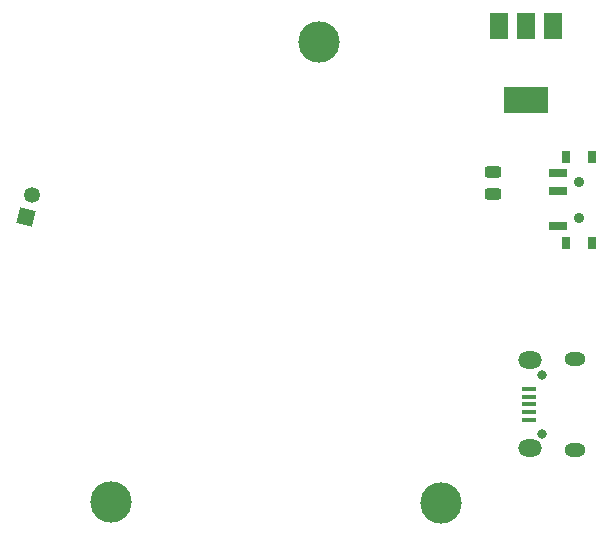
<source format=gbr>
%TF.GenerationSoftware,KiCad,Pcbnew,(6.0.1)*%
%TF.CreationDate,2022-06-05T00:17:46-05:00*%
%TF.ProjectId,Pivot_stand,5069766f-745f-4737-9461-6e642e6b6963,rev?*%
%TF.SameCoordinates,Original*%
%TF.FileFunction,Soldermask,Top*%
%TF.FilePolarity,Negative*%
%FSLAX46Y46*%
G04 Gerber Fmt 4.6, Leading zero omitted, Abs format (unit mm)*
G04 Created by KiCad (PCBNEW (6.0.1)) date 2022-06-05 00:17:46*
%MOMM*%
%LPD*%
G01*
G04 APERTURE LIST*
G04 Aperture macros list*
%AMRoundRect*
0 Rectangle with rounded corners*
0 $1 Rounding radius*
0 $2 $3 $4 $5 $6 $7 $8 $9 X,Y pos of 4 corners*
0 Add a 4 corners polygon primitive as box body*
4,1,4,$2,$3,$4,$5,$6,$7,$8,$9,$2,$3,0*
0 Add four circle primitives for the rounded corners*
1,1,$1+$1,$2,$3*
1,1,$1+$1,$4,$5*
1,1,$1+$1,$6,$7*
1,1,$1+$1,$8,$9*
0 Add four rect primitives between the rounded corners*
20,1,$1+$1,$2,$3,$4,$5,0*
20,1,$1+$1,$4,$5,$6,$7,0*
20,1,$1+$1,$6,$7,$8,$9,0*
20,1,$1+$1,$8,$9,$2,$3,0*%
%AMHorizOval*
0 Thick line with rounded ends*
0 $1 width*
0 $2 $3 position (X,Y) of the first rounded end (center of the circle)*
0 $4 $5 position (X,Y) of the second rounded end (center of the circle)*
0 Add line between two ends*
20,1,$1,$2,$3,$4,$5,0*
0 Add two circle primitives to create the rounded ends*
1,1,$1,$2,$3*
1,1,$1,$4,$5*%
%AMRotRect*
0 Rectangle, with rotation*
0 The origin of the aperture is its center*
0 $1 length*
0 $2 width*
0 $3 Rotation angle, in degrees counterclockwise*
0 Add horizontal line*
21,1,$1,$2,0,0,$3*%
G04 Aperture macros list end*
%ADD10R,0.800000X1.000000*%
%ADD11C,0.900000*%
%ADD12R,1.500000X0.700000*%
%ADD13C,3.500000*%
%ADD14RoundRect,0.243750X-0.456250X0.243750X-0.456250X-0.243750X0.456250X-0.243750X0.456250X0.243750X0*%
%ADD15O,0.800000X0.800000*%
%ADD16R,1.300000X0.440000*%
%ADD17O,1.800000X1.150000*%
%ADD18O,2.000000X1.450000*%
%ADD19R,1.500000X2.200000*%
%ADD20R,3.800000X2.200000*%
%ADD21RotRect,1.350000X1.350000X165.000000*%
%ADD22HorizOval,1.350000X0.000000X0.000000X0.000000X0.000000X0*%
G04 APERTURE END LIST*
D10*
%TO.C,I/O*%
X173116000Y-114663200D03*
D11*
X174226000Y-116813200D03*
D10*
X175326000Y-121963200D03*
D11*
X174226000Y-119813200D03*
D10*
X175326000Y-114663200D03*
X173116000Y-121963200D03*
D12*
X172466000Y-120563200D03*
X172466000Y-117563200D03*
X172466000Y-116063200D03*
%TD*%
D13*
%TO.C,REF\u002A\u002A*%
X162534600Y-143941800D03*
%TD*%
%TO.C,REF\u002A\u002A*%
X134594600Y-143916400D03*
%TD*%
%TO.C,REF\u002A\u002A*%
X152222200Y-104952800D03*
%TD*%
D14*
%TO.C,C1*%
X166928800Y-115953300D03*
X166928800Y-117828300D03*
%TD*%
D15*
%TO.C,J1*%
X171114200Y-138136000D03*
X171114200Y-133136000D03*
D16*
X170014200Y-136936000D03*
X170014200Y-136286000D03*
X170014200Y-135636000D03*
X170014200Y-134986000D03*
X170014200Y-134336000D03*
D17*
X173864200Y-131761000D03*
D18*
X170064200Y-139361000D03*
X170064200Y-131911000D03*
D17*
X173864200Y-139511000D03*
%TD*%
D19*
%TO.C,U1*%
X172073600Y-103580800D03*
X169773600Y-103580800D03*
X167473600Y-103580800D03*
D20*
X169773600Y-109880800D03*
%TD*%
D21*
%TO.C,J2*%
X127400000Y-119800000D03*
D22*
X127917638Y-117868148D03*
%TD*%
M02*

</source>
